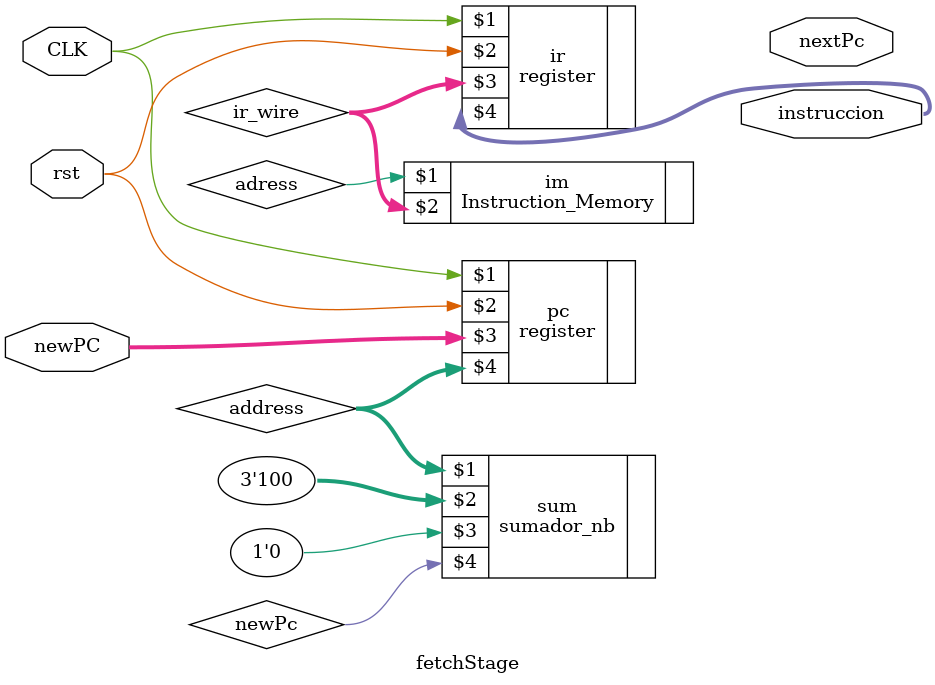
<source format=sv>
module fetchStage #(parameter N=23) (input logic CLK, rst,
											input logic [N-1:0] newPC,
											output logic [N-1:0] instruccion, nextPc);

	logic [N-1:0] address, ir_wire;				
				
	sumador_nb #(N) sum(address, 3'b100,1'b0, newPc);
	register #(N) pc(CLK,rst,newPC, address);
	Instruction_Memory im(adress, ir_wire);
	register #(N) ir(CLK,rst,ir_wire,instruccion);

endmodule
</source>
